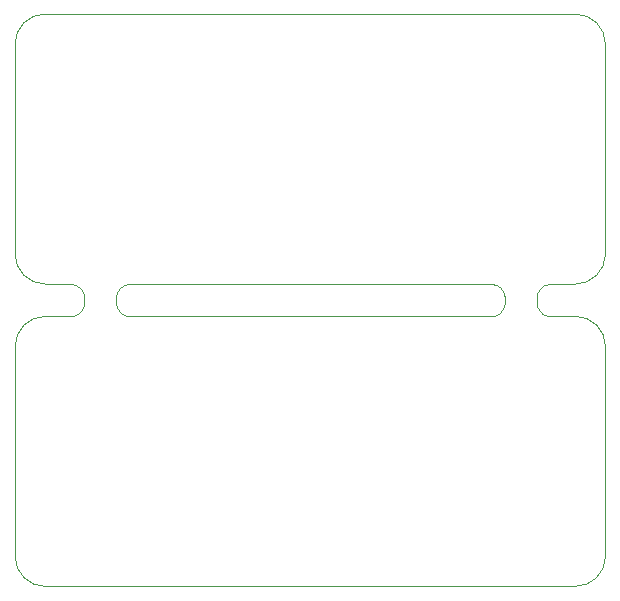
<source format=gbr>
G04 #@! TF.GenerationSoftware,KiCad,Pcbnew,(5.1.2)-1*
G04 #@! TF.CreationDate,2019-07-17T11:45:06+10:00*
G04 #@! TF.ProjectId,output.panel,6f757470-7574-42e7-9061-6e656c2e6b69,rev?*
G04 #@! TF.SameCoordinates,Original*
G04 #@! TF.FileFunction,Profile,NP*
%FSLAX46Y46*%
G04 Gerber Fmt 4.6, Leading zero omitted, Abs format (unit mm)*
G04 Created by KiCad (PCBNEW (5.1.2)-1) date 2019-07-17 11:45:06*
%MOMM*%
%LPD*%
G04 APERTURE LIST*
%ADD10C,0.100000*%
%ADD11C,0.050000*%
G04 APERTURE END LIST*
D10*
X71599998Y-48025001D02*
X73743600Y-48025001D01*
X71599998Y-45285001D02*
X73743600Y-45285001D01*
X71599998Y-45285001D02*
X71500345Y-45293327D01*
X71599998Y-48025001D02*
X71500345Y-48016675D01*
X71500345Y-45293327D02*
X71401731Y-45309921D01*
X71500345Y-48016675D02*
X71401731Y-48000081D01*
X71401731Y-45309921D02*
X71304841Y-45334668D01*
X71401731Y-48000081D02*
X71304841Y-47975334D01*
X71304841Y-45334668D02*
X71210348Y-45367396D01*
X71304841Y-47975334D02*
X71210348Y-47942606D01*
X71210348Y-45367396D02*
X71118908Y-45407878D01*
X71210348Y-47942606D02*
X71118908Y-47902124D01*
X71118908Y-45407878D02*
X71031156Y-45455833D01*
X71118908Y-47902124D02*
X71031156Y-47854169D01*
X71031156Y-45455833D02*
X70947701Y-45510928D01*
X71031156Y-47854169D02*
X70947701Y-47799074D01*
X70947701Y-45510928D02*
X70869123Y-45572780D01*
X70947701Y-47799074D02*
X70869123Y-47737222D01*
X70869123Y-45572780D02*
X70795968Y-45640960D01*
X70869123Y-47737222D02*
X70795968Y-47669042D01*
X70795968Y-45640960D02*
X70728744Y-45714994D01*
X70795968Y-47669042D02*
X70728744Y-47595008D01*
X70728744Y-45714994D02*
X70667918Y-45794368D01*
X70728744Y-47595008D02*
X70667918Y-47515634D01*
X70667918Y-45794368D02*
X70613912Y-45878531D01*
X70667918Y-47515634D02*
X70613912Y-47431471D01*
X70613912Y-45878531D02*
X70567101Y-45966898D01*
X70613912Y-47431471D02*
X70567101Y-47343104D01*
X70567101Y-45966898D02*
X70527810Y-46058856D01*
X70567101Y-47343104D02*
X70527810Y-47251146D01*
X70527810Y-46058856D02*
X70496312Y-46153766D01*
X70527810Y-47251146D02*
X70496312Y-47156236D01*
X70496312Y-46153766D02*
X70472826Y-46250969D01*
X70496312Y-47156236D02*
X70472826Y-47059033D01*
X70472826Y-46250969D02*
X70457515Y-46349790D01*
X70472826Y-47059033D02*
X70457515Y-46960212D01*
X70457515Y-46349790D02*
X70450485Y-46449543D01*
X70457515Y-46960212D02*
X70450485Y-46860459D01*
X70450485Y-46860459D02*
X70450485Y-46449543D01*
X66600032Y-45285001D02*
X66699685Y-45293327D01*
X66600032Y-48025001D02*
X66699685Y-48016675D01*
X66699685Y-45293327D02*
X66798299Y-45309921D01*
X66699685Y-48016675D02*
X66798299Y-48000081D01*
X66798299Y-45309921D02*
X66895189Y-45334668D01*
X66798299Y-48000081D02*
X66895189Y-47975334D01*
X66895189Y-45334668D02*
X66989682Y-45367396D01*
X66895189Y-47975334D02*
X66989682Y-47942606D01*
X66989682Y-45367396D02*
X67081122Y-45407878D01*
X66989682Y-47942606D02*
X67081122Y-47902124D01*
X67081122Y-45407878D02*
X67168874Y-45455833D01*
X67081122Y-47902124D02*
X67168874Y-47854169D01*
X67168874Y-45455833D02*
X67252329Y-45510928D01*
X67168874Y-47854169D02*
X67252329Y-47799074D01*
X67252329Y-45510928D02*
X67330907Y-45572780D01*
X67252329Y-47799074D02*
X67330907Y-47737222D01*
X67330907Y-45572780D02*
X67404062Y-45640960D01*
X67330907Y-47737222D02*
X67404062Y-47669042D01*
X67404062Y-45640960D02*
X67471286Y-45714994D01*
X67404062Y-47669042D02*
X67471286Y-47595008D01*
X67471286Y-45714994D02*
X67532112Y-45794368D01*
X67471286Y-47595008D02*
X67532112Y-47515634D01*
X67532112Y-45794368D02*
X67586118Y-45878531D01*
X67532112Y-47515634D02*
X67586118Y-47431471D01*
X67586118Y-45878531D02*
X67632929Y-45966898D01*
X67586118Y-47431471D02*
X67632929Y-47343104D01*
X67632929Y-45966898D02*
X67672220Y-46058856D01*
X67632929Y-47343104D02*
X67672220Y-47251146D01*
X67672220Y-46058856D02*
X67703718Y-46153766D01*
X67672220Y-47251146D02*
X67703718Y-47156236D01*
X67703718Y-46153766D02*
X67727204Y-46250969D01*
X67703718Y-47156236D02*
X67727204Y-47059033D01*
X67727204Y-46250969D02*
X67742515Y-46349790D01*
X67727204Y-47059033D02*
X67742515Y-46960212D01*
X67742515Y-46349790D02*
X67749545Y-46449543D01*
X67742515Y-46960212D02*
X67749545Y-46860459D01*
X67749545Y-46860459D02*
X67749545Y-46449543D01*
X35999963Y-48025001D02*
X66600032Y-48025001D01*
X30999995Y-48025001D02*
X28836400Y-48025001D01*
X35999963Y-45285001D02*
X66600032Y-45285001D01*
X30999995Y-45285001D02*
X28836400Y-45285001D01*
X35999963Y-45285001D02*
X35900310Y-45293327D01*
X35999963Y-48025001D02*
X35900310Y-48016675D01*
X35900310Y-45293327D02*
X35801696Y-45309921D01*
X35900310Y-48016675D02*
X35801696Y-48000081D01*
X35801696Y-45309921D02*
X35704806Y-45334668D01*
X35801696Y-48000081D02*
X35704806Y-47975334D01*
X35704806Y-45334668D02*
X35610313Y-45367396D01*
X35704806Y-47975334D02*
X35610313Y-47942606D01*
X35610313Y-45367396D02*
X35518873Y-45407878D01*
X35610313Y-47942606D02*
X35518873Y-47902124D01*
X35518873Y-45407878D02*
X35431121Y-45455833D01*
X35518873Y-47902124D02*
X35431121Y-47854169D01*
X35431121Y-45455833D02*
X35347666Y-45510928D01*
X35431121Y-47854169D02*
X35347666Y-47799074D01*
X35347666Y-45510928D02*
X35269088Y-45572780D01*
X35347666Y-47799074D02*
X35269088Y-47737222D01*
X35269088Y-45572780D02*
X35195933Y-45640960D01*
X35269088Y-47737222D02*
X35195933Y-47669042D01*
X35195933Y-45640960D02*
X35128709Y-45714994D01*
X35195933Y-47669042D02*
X35128709Y-47595008D01*
X35128709Y-45714994D02*
X35067883Y-45794368D01*
X35128709Y-47595008D02*
X35067883Y-47515634D01*
X35067883Y-45794368D02*
X35013877Y-45878531D01*
X35067883Y-47515634D02*
X35013877Y-47431471D01*
X35013877Y-45878531D02*
X34967066Y-45966898D01*
X35013877Y-47431471D02*
X34967066Y-47343104D01*
X34967066Y-45966898D02*
X34927775Y-46058856D01*
X34967066Y-47343104D02*
X34927775Y-47251146D01*
X34927775Y-46058856D02*
X34896277Y-46153766D01*
X34927775Y-47251146D02*
X34896277Y-47156236D01*
X34896277Y-46153766D02*
X34872791Y-46250969D01*
X34896277Y-47156236D02*
X34872791Y-47059033D01*
X34872791Y-46250969D02*
X34857480Y-46349790D01*
X34872791Y-47059033D02*
X34857480Y-46960212D01*
X34857480Y-46349790D02*
X34850450Y-46449543D01*
X34857480Y-46960212D02*
X34850450Y-46860459D01*
X34850450Y-46860459D02*
X34850450Y-46449543D01*
X30999995Y-45285001D02*
X31099648Y-45293327D01*
X30999995Y-48025001D02*
X31099648Y-48016675D01*
X31099648Y-45293327D02*
X31198262Y-45309921D01*
X31099648Y-48016675D02*
X31198262Y-48000081D01*
X31198262Y-45309921D02*
X31295152Y-45334668D01*
X31198262Y-48000081D02*
X31295152Y-47975334D01*
X31295152Y-45334668D02*
X31389645Y-45367396D01*
X31295152Y-47975334D02*
X31389645Y-47942606D01*
X31389645Y-45367396D02*
X31481085Y-45407878D01*
X31389645Y-47942606D02*
X31481085Y-47902124D01*
X31481085Y-45407878D02*
X31568837Y-45455833D01*
X31481085Y-47902124D02*
X31568837Y-47854169D01*
X31568837Y-45455833D02*
X31652292Y-45510928D01*
X31568837Y-47854169D02*
X31652292Y-47799074D01*
X31652292Y-45510928D02*
X31730870Y-45572780D01*
X31652292Y-47799074D02*
X31730870Y-47737222D01*
X31730870Y-45572780D02*
X31804025Y-45640960D01*
X31730870Y-47737222D02*
X31804025Y-47669042D01*
X31804025Y-45640960D02*
X31871249Y-45714994D01*
X31804025Y-47669042D02*
X31871249Y-47595008D01*
X31871249Y-45714994D02*
X31932075Y-45794368D01*
X31871249Y-47595008D02*
X31932075Y-47515634D01*
X31932075Y-45794368D02*
X31986081Y-45878531D01*
X31932075Y-47515634D02*
X31986081Y-47431471D01*
X31986081Y-45878531D02*
X32032892Y-45966898D01*
X31986081Y-47431471D02*
X32032892Y-47343104D01*
X32032892Y-45966898D02*
X32072183Y-46058856D01*
X32032892Y-47343104D02*
X32072183Y-47251146D01*
X32072183Y-46058856D02*
X32103681Y-46153766D01*
X32072183Y-47251146D02*
X32103681Y-47156236D01*
X32103681Y-46153766D02*
X32127167Y-46250969D01*
X32103681Y-47156236D02*
X32127167Y-47059033D01*
X32127167Y-46250969D02*
X32142478Y-46349790D01*
X32127167Y-47059033D02*
X32142478Y-46960212D01*
X32142478Y-46349790D02*
X32149508Y-46449543D01*
X32142478Y-46960212D02*
X32149508Y-46860459D01*
X32149508Y-46860459D02*
X32149508Y-46449543D01*
D11*
X76283132Y-68393763D02*
X76283600Y-50565001D01*
X28836400Y-70885001D02*
X73743600Y-70885001D01*
X26296400Y-50565001D02*
X26296400Y-68345001D01*
X76283600Y-50565001D02*
G75*
G03X73743600Y-48025001I-2540000J0D01*
G01*
X76283132Y-68393763D02*
G75*
G02X73743600Y-70885001I-2539532J48762D01*
G01*
X26296400Y-68345001D02*
G75*
G03X28836400Y-70885001I2540000J0D01*
G01*
X28836400Y-48025001D02*
G75*
G03X26296400Y-50565001I0J-2540000D01*
G01*
X28836400Y-22425001D02*
G75*
G03X26296400Y-24965001I0J-2540000D01*
G01*
X26296400Y-42745001D02*
G75*
G03X28836400Y-45285001I2540000J0D01*
G01*
X76283132Y-42793763D02*
G75*
G02X73743600Y-45285001I-2539532J48762D01*
G01*
X76283600Y-24965001D02*
G75*
G03X73743600Y-22425001I-2540000J0D01*
G01*
X26296400Y-24965001D02*
X26296400Y-42745001D01*
X76283132Y-42793763D02*
X76283600Y-24965001D01*
X73743600Y-22425001D02*
X28836400Y-22425001D01*
M02*

</source>
